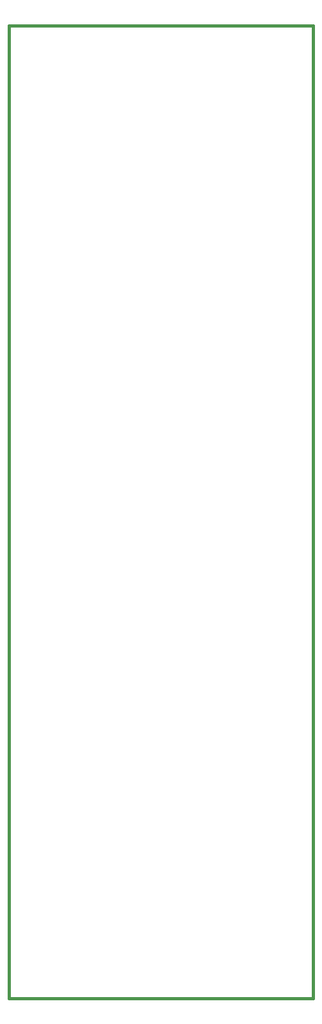
<source format=gko>
%FSLAX33Y33*%
%MOMM*%
%ADD10C,0.381*%
D10*
%LNpath-0*%
G01*
X0Y0D02*
X40300Y0D01*
X40300Y128500*
X0Y128500*
X0Y0*
%LNmechanical details_traces*%
M02*
</source>
